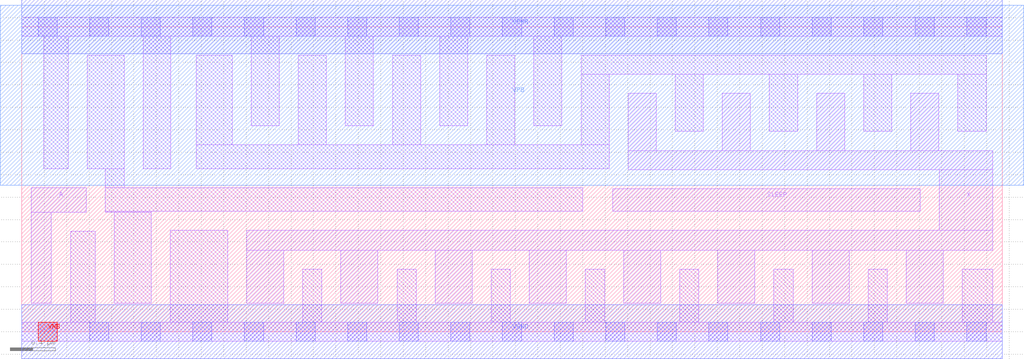
<source format=lef>
# Copyright 2020 The SkyWater PDK Authors
#
# Licensed under the Apache License, Version 2.0 (the "License");
# you may not use this file except in compliance with the License.
# You may obtain a copy of the License at
#
#     https://www.apache.org/licenses/LICENSE-2.0
#
# Unless required by applicable law or agreed to in writing, software
# distributed under the License is distributed on an "AS IS" BASIS,
# WITHOUT WARRANTIES OR CONDITIONS OF ANY KIND, either express or implied.
# See the License for the specific language governing permissions and
# limitations under the License.
#
# SPDX-License-Identifier: Apache-2.0

VERSION 5.7 ;
  NOWIREEXTENSIONATPIN ON ;
  DIVIDERCHAR "/" ;
  BUSBITCHARS "[]" ;
MACRO sky130_fd_sc_hd__lpflow_isobufsrc_8
  CLASS CORE ;
  FOREIGN sky130_fd_sc_hd__lpflow_isobufsrc_8 ;
  ORIGIN  0.000000  0.000000 ;
  SIZE  8.740000 BY  2.720000 ;
  SYMMETRY X Y R90 ;
  SITE unithd ;
  PIN A
    ANTENNAGATEAREA  0.495000 ;
    DIRECTION INPUT ;
    USE SIGNAL ;
    PORT
      LAYER li1 ;
        RECT 0.085000 0.255000 0.265000 1.065000 ;
        RECT 0.085000 1.065000 0.575000 1.285000 ;
    END
  END A
  PIN SLEEP
    ANTENNAGATEAREA  1.980000 ;
    DIRECTION INPUT ;
    USE SIGNAL ;
    PORT
      LAYER li1 ;
        RECT 5.270000 1.075000 8.010000 1.275000 ;
    END
  END SLEEP
  PIN VNB
    PORT
      LAYER pwell ;
        RECT 0.145000 -0.085000 0.315000 0.085000 ;
    END
  END VNB
  PIN VPB
    PORT
      LAYER nwell ;
        RECT -0.190000 1.305000 8.930000 2.910000 ;
    END
  END VPB
  PIN X
    ANTENNADIFFAREA  2.484000 ;
    DIRECTION OUTPUT ;
    USE SIGNAL ;
    PORT
      LAYER li1 ;
        RECT 2.005000 0.255000 2.335000 0.725000 ;
        RECT 2.005000 0.725000 8.655000 0.905000 ;
        RECT 2.845000 0.255000 3.175000 0.725000 ;
        RECT 3.685000 0.255000 4.015000 0.725000 ;
        RECT 4.525000 0.255000 4.855000 0.725000 ;
        RECT 5.365000 0.255000 5.695000 0.725000 ;
        RECT 5.405000 1.445000 8.655000 1.615000 ;
        RECT 5.405000 1.615000 5.655000 2.125000 ;
        RECT 6.205000 0.255000 6.535000 0.725000 ;
        RECT 6.245000 1.615000 6.495000 2.125000 ;
        RECT 7.045000 0.255000 7.375000 0.725000 ;
        RECT 7.085000 1.615000 7.335000 2.125000 ;
        RECT 7.885000 0.255000 8.215000 0.725000 ;
        RECT 7.925000 1.615000 8.175000 2.125000 ;
        RECT 8.180000 0.905000 8.655000 1.445000 ;
    END
  END X
  PIN VGND
    DIRECTION INOUT ;
    SHAPE ABUTMENT ;
    USE GROUND ;
    PORT
      LAYER met1 ;
        RECT 0.000000 -0.240000 8.740000 0.240000 ;
    END
  END VGND
  PIN VPWR
    DIRECTION INOUT ;
    SHAPE ABUTMENT ;
    USE POWER ;
    PORT
      LAYER met1 ;
        RECT 0.000000 2.480000 8.740000 2.960000 ;
    END
  END VPWR
  OBS
    LAYER li1 ;
      RECT 0.000000 -0.085000 8.740000 0.085000 ;
      RECT 0.000000  2.635000 8.740000 2.805000 ;
      RECT 0.195000  1.455000 0.415000 2.635000 ;
      RECT 0.435000  0.085000 0.655000 0.895000 ;
      RECT 0.585000  1.455000 0.915000 2.465000 ;
      RECT 0.745000  1.065000 1.155000 1.075000 ;
      RECT 0.745000  1.075000 5.000000 1.285000 ;
      RECT 0.745000  1.285000 0.915000 1.455000 ;
      RECT 0.825000  0.255000 1.155000 1.065000 ;
      RECT 1.085000  1.455000 1.330000 2.635000 ;
      RECT 1.325000  0.085000 1.835000 0.905000 ;
      RECT 1.555000  1.455000 5.235000 1.665000 ;
      RECT 1.555000  1.665000 1.875000 2.465000 ;
      RECT 2.045000  1.835000 2.295000 2.635000 ;
      RECT 2.465000  1.665000 2.715000 2.465000 ;
      RECT 2.505000  0.085000 2.675000 0.555000 ;
      RECT 2.885000  1.835000 3.135000 2.635000 ;
      RECT 3.305000  1.665000 3.555000 2.465000 ;
      RECT 3.345000  0.085000 3.515000 0.555000 ;
      RECT 3.725000  1.835000 3.975000 2.635000 ;
      RECT 4.145000  1.665000 4.395000 2.465000 ;
      RECT 4.185000  0.085000 4.355000 0.555000 ;
      RECT 4.565000  1.835000 4.815000 2.635000 ;
      RECT 4.985000  1.665000 5.235000 2.295000 ;
      RECT 4.985000  2.295000 8.595000 2.465000 ;
      RECT 5.025000  0.085000 5.195000 0.555000 ;
      RECT 5.825000  1.785000 6.075000 2.295000 ;
      RECT 5.865000  0.085000 6.035000 0.555000 ;
      RECT 6.665000  1.785000 6.915000 2.295000 ;
      RECT 6.705000  0.085000 6.875000 0.555000 ;
      RECT 7.505000  1.785000 7.755000 2.295000 ;
      RECT 7.545000  0.085000 7.715000 0.555000 ;
      RECT 8.345000  1.785000 8.595000 2.295000 ;
      RECT 8.385000  0.085000 8.655000 0.555000 ;
    LAYER mcon ;
      RECT 0.145000 -0.085000 0.315000 0.085000 ;
      RECT 0.145000  2.635000 0.315000 2.805000 ;
      RECT 0.605000 -0.085000 0.775000 0.085000 ;
      RECT 0.605000  2.635000 0.775000 2.805000 ;
      RECT 1.065000 -0.085000 1.235000 0.085000 ;
      RECT 1.065000  2.635000 1.235000 2.805000 ;
      RECT 1.525000 -0.085000 1.695000 0.085000 ;
      RECT 1.525000  2.635000 1.695000 2.805000 ;
      RECT 1.985000 -0.085000 2.155000 0.085000 ;
      RECT 1.985000  2.635000 2.155000 2.805000 ;
      RECT 2.445000 -0.085000 2.615000 0.085000 ;
      RECT 2.445000  2.635000 2.615000 2.805000 ;
      RECT 2.905000 -0.085000 3.075000 0.085000 ;
      RECT 2.905000  2.635000 3.075000 2.805000 ;
      RECT 3.365000 -0.085000 3.535000 0.085000 ;
      RECT 3.365000  2.635000 3.535000 2.805000 ;
      RECT 3.825000 -0.085000 3.995000 0.085000 ;
      RECT 3.825000  2.635000 3.995000 2.805000 ;
      RECT 4.285000 -0.085000 4.455000 0.085000 ;
      RECT 4.285000  2.635000 4.455000 2.805000 ;
      RECT 4.745000 -0.085000 4.915000 0.085000 ;
      RECT 4.745000  2.635000 4.915000 2.805000 ;
      RECT 5.205000 -0.085000 5.375000 0.085000 ;
      RECT 5.205000  2.635000 5.375000 2.805000 ;
      RECT 5.665000 -0.085000 5.835000 0.085000 ;
      RECT 5.665000  2.635000 5.835000 2.805000 ;
      RECT 6.125000 -0.085000 6.295000 0.085000 ;
      RECT 6.125000  2.635000 6.295000 2.805000 ;
      RECT 6.585000 -0.085000 6.755000 0.085000 ;
      RECT 6.585000  2.635000 6.755000 2.805000 ;
      RECT 7.045000 -0.085000 7.215000 0.085000 ;
      RECT 7.045000  2.635000 7.215000 2.805000 ;
      RECT 7.505000 -0.085000 7.675000 0.085000 ;
      RECT 7.505000  2.635000 7.675000 2.805000 ;
      RECT 7.965000 -0.085000 8.135000 0.085000 ;
      RECT 7.965000  2.635000 8.135000 2.805000 ;
      RECT 8.425000 -0.085000 8.595000 0.085000 ;
      RECT 8.425000  2.635000 8.595000 2.805000 ;
  END
END sky130_fd_sc_hd__lpflow_isobufsrc_8
END LIBRARY

</source>
